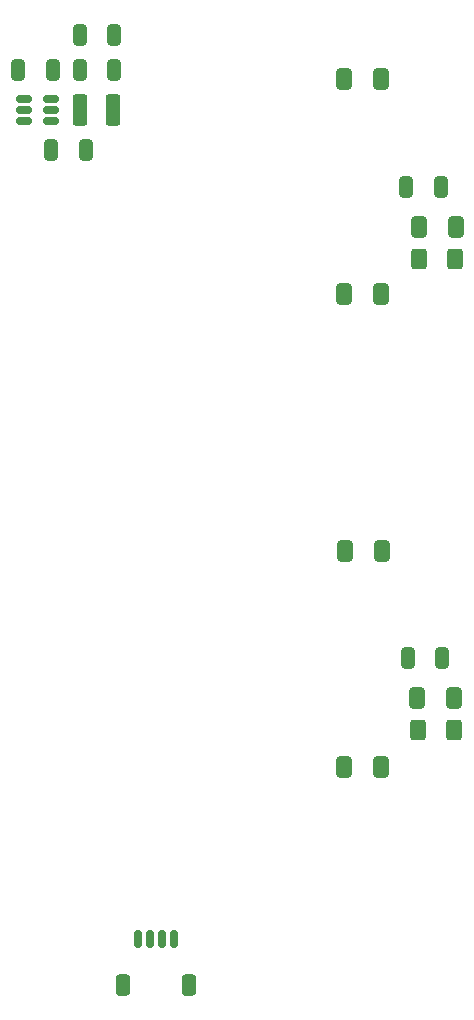
<source format=gbr>
%TF.GenerationSoftware,KiCad,Pcbnew,7.0.9*%
%TF.CreationDate,2024-02-10T00:09:35-05:00*%
%TF.ProjectId,BREAD_Slice,42524541-445f-4536-9c69-63652e6b6963,rev?*%
%TF.SameCoordinates,PX74eba40PY8552dc0*%
%TF.FileFunction,Paste,Bot*%
%TF.FilePolarity,Positive*%
%FSLAX46Y46*%
G04 Gerber Fmt 4.6, Leading zero omitted, Abs format (unit mm)*
G04 Created by KiCad (PCBNEW 7.0.9) date 2024-02-10 00:09:35*
%MOMM*%
%LPD*%
G01*
G04 APERTURE LIST*
G04 Aperture macros list*
%AMRoundRect*
0 Rectangle with rounded corners*
0 $1 Rounding radius*
0 $2 $3 $4 $5 $6 $7 $8 $9 X,Y pos of 4 corners*
0 Add a 4 corners polygon primitive as box body*
4,1,4,$2,$3,$4,$5,$6,$7,$8,$9,$2,$3,0*
0 Add four circle primitives for the rounded corners*
1,1,$1+$1,$2,$3*
1,1,$1+$1,$4,$5*
1,1,$1+$1,$6,$7*
1,1,$1+$1,$8,$9*
0 Add four rect primitives between the rounded corners*
20,1,$1+$1,$2,$3,$4,$5,0*
20,1,$1+$1,$4,$5,$6,$7,0*
20,1,$1+$1,$6,$7,$8,$9,0*
20,1,$1+$1,$8,$9,$2,$3,0*%
G04 Aperture macros list end*
%ADD10RoundRect,0.150000X-0.512500X-0.150000X0.512500X-0.150000X0.512500X0.150000X-0.512500X0.150000X0*%
%ADD11RoundRect,0.250000X0.412500X0.650000X-0.412500X0.650000X-0.412500X-0.650000X0.412500X-0.650000X0*%
%ADD12RoundRect,0.250000X-0.325000X-0.650000X0.325000X-0.650000X0.325000X0.650000X-0.325000X0.650000X0*%
%ADD13RoundRect,0.150000X0.150000X0.625000X-0.150000X0.625000X-0.150000X-0.625000X0.150000X-0.625000X0*%
%ADD14RoundRect,0.250000X0.350000X0.650000X-0.350000X0.650000X-0.350000X-0.650000X0.350000X-0.650000X0*%
%ADD15RoundRect,0.250000X-0.400000X-0.625000X0.400000X-0.625000X0.400000X0.625000X-0.400000X0.625000X0*%
%ADD16RoundRect,0.250000X-0.375000X-1.075000X0.375000X-1.075000X0.375000X1.075000X-0.375000X1.075000X0*%
%ADD17RoundRect,0.250000X0.325000X0.650000X-0.325000X0.650000X-0.325000X-0.650000X0.325000X-0.650000X0*%
%ADD18RoundRect,0.250000X-0.412500X-0.650000X0.412500X-0.650000X0.412500X0.650000X-0.412500X0.650000X0*%
G04 APERTURE END LIST*
D10*
%TO.C,U2*%
X11137500Y74650000D03*
X11137500Y75600000D03*
X11137500Y76550000D03*
X8862500Y76550000D03*
X8862500Y75600000D03*
X8862500Y74650000D03*
%TD*%
D11*
%TO.C,C6*%
X39027500Y78200000D03*
X35902500Y78200000D03*
%TD*%
D12*
%TO.C,C5*%
X13525000Y79000000D03*
X16475000Y79000000D03*
%TD*%
%TO.C,C7*%
X13525000Y82000000D03*
X16475000Y82000000D03*
%TD*%
D13*
%TO.C,J18*%
X21510000Y5400000D03*
X20510000Y5400000D03*
X19510000Y5400000D03*
X18510000Y5400000D03*
D14*
X17210000Y1525000D03*
X22810000Y1525000D03*
%TD*%
D15*
%TO.C,R1*%
X42250000Y63000000D03*
X45350000Y63000000D03*
%TD*%
D11*
%TO.C,C9*%
X39105000Y38300000D03*
X35980000Y38300000D03*
%TD*%
D16*
%TO.C,L1*%
X13600000Y75600000D03*
X16400000Y75600000D03*
%TD*%
D17*
%TO.C,C1*%
X8325000Y79000000D03*
X11275000Y79000000D03*
%TD*%
D15*
%TO.C,R2*%
X42150000Y23100000D03*
X45250000Y23100000D03*
%TD*%
D18*
%TO.C,C10*%
X35917500Y20000000D03*
X39042500Y20000000D03*
%TD*%
D12*
%TO.C,C3*%
X41305000Y29200000D03*
X44255000Y29200000D03*
%TD*%
D18*
%TO.C,C11*%
X42137500Y25800000D03*
X45262500Y25800000D03*
%TD*%
D12*
%TO.C,C2*%
X41190000Y69100000D03*
X44140000Y69100000D03*
%TD*%
D17*
%TO.C,C4*%
X11125000Y72200000D03*
X14075000Y72200000D03*
%TD*%
D18*
%TO.C,C8*%
X35902500Y60000000D03*
X39027500Y60000000D03*
%TD*%
%TO.C,C12*%
X42237500Y65700000D03*
X45362500Y65700000D03*
%TD*%
M02*

</source>
